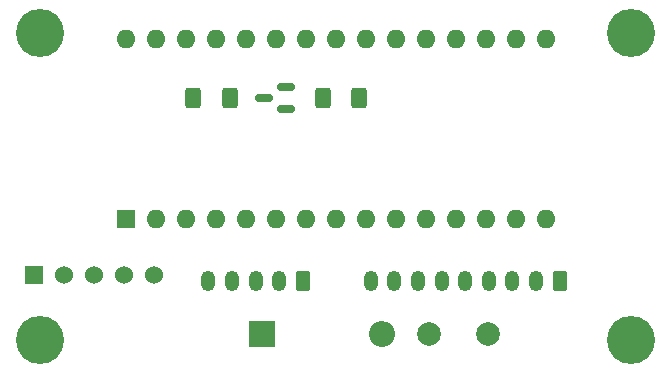
<source format=gbs>
G04 #@! TF.GenerationSoftware,KiCad,Pcbnew,7.0.7-7.0.7~ubuntu20.04.1*
G04 #@! TF.CreationDate,2023-10-03T21:57:07+02:00*
G04 #@! TF.ProjectId,msx-joydolphin-v1,6d73782d-6a6f-4796-946f-6c7068696e2d,v1*
G04 #@! TF.SameCoordinates,Original*
G04 #@! TF.FileFunction,Soldermask,Bot*
G04 #@! TF.FilePolarity,Negative*
%FSLAX46Y46*%
G04 Gerber Fmt 4.6, Leading zero omitted, Abs format (unit mm)*
G04 Created by KiCad (PCBNEW 7.0.7-7.0.7~ubuntu20.04.1) date 2023-10-03 21:57:07*
%MOMM*%
%LPD*%
G01*
G04 APERTURE LIST*
G04 Aperture macros list*
%AMRoundRect*
0 Rectangle with rounded corners*
0 $1 Rounding radius*
0 $2 $3 $4 $5 $6 $7 $8 $9 X,Y pos of 4 corners*
0 Add a 4 corners polygon primitive as box body*
4,1,4,$2,$3,$4,$5,$6,$7,$8,$9,$2,$3,0*
0 Add four circle primitives for the rounded corners*
1,1,$1+$1,$2,$3*
1,1,$1+$1,$4,$5*
1,1,$1+$1,$6,$7*
1,1,$1+$1,$8,$9*
0 Add four rect primitives between the rounded corners*
20,1,$1+$1,$2,$3,$4,$5,0*
20,1,$1+$1,$4,$5,$6,$7,0*
20,1,$1+$1,$6,$7,$8,$9,0*
20,1,$1+$1,$8,$9,$2,$3,0*%
G04 Aperture macros list end*
%ADD10RoundRect,0.250000X0.350000X0.625000X-0.350000X0.625000X-0.350000X-0.625000X0.350000X-0.625000X0*%
%ADD11O,1.200000X1.750000*%
%ADD12R,2.200000X2.200000*%
%ADD13O,2.200000X2.200000*%
%ADD14R,1.600000X1.600000*%
%ADD15O,1.600000X1.600000*%
%ADD16C,4.064000*%
%ADD17C,2.000000*%
%ADD18R,1.524000X1.524000*%
%ADD19C,1.524000*%
%ADD20RoundRect,0.250000X-0.400000X-0.625000X0.400000X-0.625000X0.400000X0.625000X-0.400000X0.625000X0*%
%ADD21RoundRect,0.150000X0.587500X0.150000X-0.587500X0.150000X-0.587500X-0.150000X0.587500X-0.150000X0*%
G04 APERTURE END LIST*
D10*
X66750000Y-60500000D03*
D11*
X64750000Y-60500000D03*
X62750000Y-60500000D03*
X60750000Y-60500000D03*
X58750000Y-60500000D03*
D12*
X63340000Y-65000000D03*
D13*
X73500000Y-65000000D03*
D14*
X51760000Y-55240000D03*
D15*
X54300000Y-55240000D03*
X56840000Y-55240000D03*
X59380000Y-55240000D03*
X61920000Y-55240000D03*
X64460000Y-55240000D03*
X67000000Y-55240000D03*
X69540000Y-55240000D03*
X72080000Y-55240000D03*
X74620000Y-55240000D03*
X77160000Y-55240000D03*
X79700000Y-55240000D03*
X82240000Y-55240000D03*
X84780000Y-55240000D03*
X87320000Y-55240000D03*
X87320000Y-40000000D03*
X84780000Y-40000000D03*
X82240000Y-40000000D03*
X79700000Y-40000000D03*
X77160000Y-40000000D03*
X74620000Y-40000000D03*
X72080000Y-40000000D03*
X69540000Y-40000000D03*
X67000000Y-40000000D03*
X64460000Y-40000000D03*
X61920000Y-40000000D03*
X59380000Y-40000000D03*
X56840000Y-40000000D03*
X54300000Y-40000000D03*
X51760000Y-40000000D03*
D16*
X44500000Y-65500000D03*
X94500000Y-39500000D03*
D10*
X88500000Y-60500000D03*
D11*
X86500000Y-60500000D03*
X84500000Y-60500000D03*
X82500000Y-60500000D03*
X80500000Y-60500000D03*
X78500000Y-60500000D03*
X76500000Y-60500000D03*
X74500000Y-60500000D03*
X72500000Y-60500000D03*
D17*
X82420000Y-65000000D03*
X77420000Y-65000000D03*
D16*
X44500000Y-39500000D03*
X94500000Y-65500000D03*
D18*
X44000000Y-60000000D03*
D19*
X46540000Y-60000000D03*
X49080000Y-60000000D03*
X51620000Y-60000000D03*
X54160000Y-60000000D03*
D20*
X68450000Y-45000000D03*
X71550000Y-45000000D03*
D21*
X65310000Y-44050000D03*
X65310000Y-45950000D03*
X63435000Y-45000000D03*
D20*
X57450000Y-45000000D03*
X60550000Y-45000000D03*
M02*

</source>
